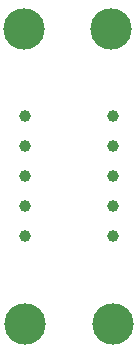
<source format=gbr>
%TF.GenerationSoftware,KiCad,Pcbnew,9.0.6*%
%TF.CreationDate,2025-12-02T02:38:36-05:00*%
%TF.ProjectId,InterConnect,496e7465-7243-46f6-9e6e-6563742e6b69,0*%
%TF.SameCoordinates,Original*%
%TF.FileFunction,Plated,1,2,PTH,Drill*%
%TF.FilePolarity,Positive*%
%FSLAX46Y46*%
G04 Gerber Fmt 4.6, Leading zero omitted, Abs format (unit mm)*
G04 Created by KiCad (PCBNEW 9.0.6) date 2025-12-02 02:38:36*
%MOMM*%
%LPD*%
G01*
G04 APERTURE LIST*
%TA.AperFunction,ComponentDrill*%
%ADD10C,1.000000*%
%TD*%
%TA.AperFunction,ComponentDrill*%
%ADD11C,3.500000*%
%TD*%
G04 APERTURE END LIST*
D10*
%TO.C,J1*%
X126050000Y-94920000D03*
X126050000Y-97460000D03*
X126050000Y-100000000D03*
X126050000Y-102540000D03*
X126050000Y-105080000D03*
%TO.C,J2*%
X133450000Y-94920000D03*
X133450000Y-97460000D03*
X133450000Y-100000000D03*
X133450000Y-102540000D03*
X133450000Y-105080000D03*
D11*
%TO.C,J1*%
X125950000Y-87550000D03*
X126050000Y-112500000D03*
%TO.C,J2*%
X133350000Y-87550000D03*
X133450000Y-112500000D03*
M02*

</source>
